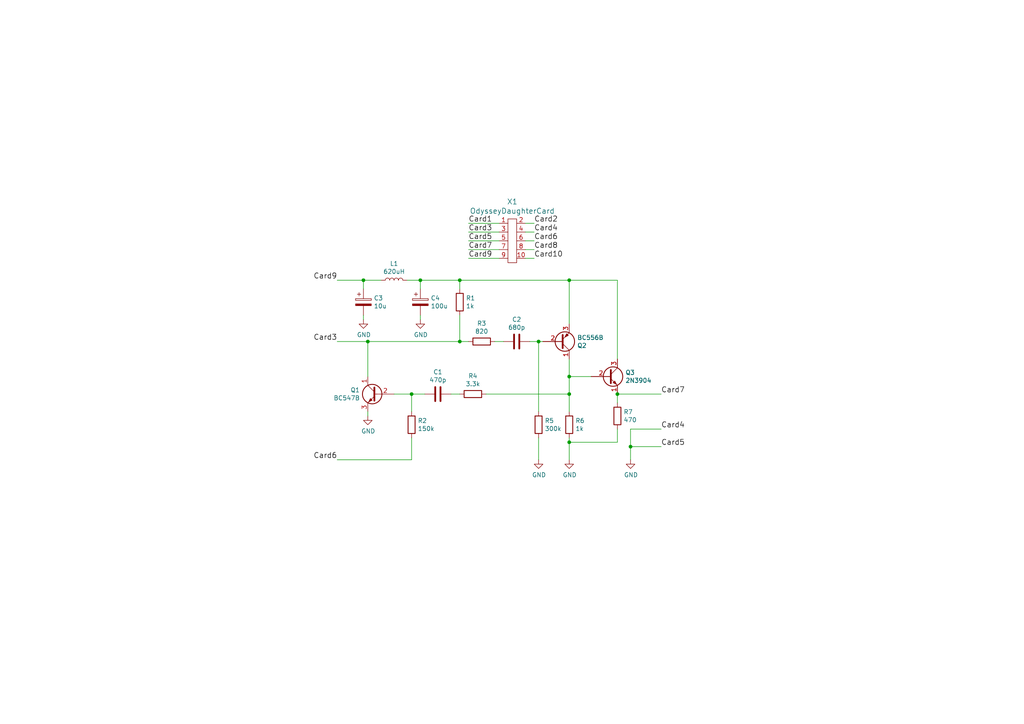
<source format=kicad_sch>
(kicad_sch (version 20211123) (generator eeschema)
  (paper "A4")
  (title_block (title "Odyssey Daughter Card Horizontal Sync Generator") (date "2018-07-16") (rev "0.1") (company "University of Pittsburgh - Odyssey Restoration Project") (comment 1 "Levi Burner"))
  (lib_symbols
    (symbol "Device:C" (pin_numbers hide) (pin_names (offset 0.254))
      (property "Reference" "C" (at 0.635 2.54 0))
      (property "Value" "C" (at 0.635 -2.54 0))
      (symbol "C_0_1"
        (polyline (pts (xy -2.032 -0.762) (xy 2.032 -0.762)) (stroke (width 0.508)))
        (polyline (pts (xy -2.032 0.762) (xy 2.032 0.762)) (stroke (width 0.508)))
      )
      (symbol "C_1_1"
        (pin passive line (at 0 3.81 270) (length 2.794) (name "~") (number "1"))
        (pin passive line (at 0 -3.81 90) (length 2.794) (name "~") (number "2"))
      )
    )
    (symbol "Device:C_Polarized" (pin_numbers hide) (pin_names (offset 0.254))
      (property "Reference" "C" (at 0.635 2.54 0))
      (property "Value" "C_Polarized" (at 0.635 -2.54 0))
      (symbol "C_Polarized_0_1"
        (rectangle (start -2.286 0.508) (end 2.286 1.016))
        (polyline (pts (xy -1.778 2.286) (xy -0.762 2.286)))
        (polyline (pts (xy -1.27 2.794) (xy -1.27 1.778)))
        (rectangle (start 2.286 -0.508) (end -2.286 -1.016) (fill (type outline)))
      )
      (symbol "C_Polarized_1_1"
        (pin passive line (at 0 3.81 270) (length 2.794) (name "~") (number "1"))
        (pin passive line (at 0 -3.81 90) (length 2.794) (name "~") (number "2"))
      )
    )
    (symbol "Device:L" (pin_numbers hide) (pin_names (offset 1.016) hide)
      (property "Reference" "L" (at -1.27 0 90))
      (property "Value" "L" (at 1.905 0 90))
      (symbol "L_0_1"
        (arc (start 0 -2.54) (mid 0.635 -1.905) (end 0 -1.27))
        (arc (start 0 -1.27) (mid 0.635 -0.635) (end 0 0))
        (arc (start 0 0) (mid 0.635 0.635) (end 0 1.27))
        (arc (start 0 1.27) (mid 0.635 1.905) (end 0 2.54))
      )
      (symbol "L_1_1"
        (pin passive line (at 0 3.81 270) (length 1.27) (name "1") (number "1"))
        (pin passive line (at 0 -3.81 90) (length 1.27) (name "2") (number "2"))
      )
    )
    (symbol "Device:R" (pin_numbers hide) (pin_names (offset 0))
      (property "Reference" "R" (at 2.032 0 90))
      (property "Value" "R" (at 0 0 90))
      (symbol "R_0_1"
        (rectangle (start -1.016 -2.54) (end 1.016 2.54) (stroke (width 0.254)))
      )
      (symbol "R_1_1"
        (pin passive line (at 0 3.81 270) (length 1.27) (name "~") (number "1"))
        (pin passive line (at 0 -3.81 90) (length 1.27) (name "~") (number "2"))
      )
    )
    (symbol "Odyssey_Daughter_Card:OdysseyDaughterCard" (pin_names (offset 1.016))
      (property "Reference" "X" (at 0 -7.62 0))
      (property "Value" "OdysseyDaughterCard" (at 0 8.89 0))
      (symbol "OdysseyDaughterCard_0_1"
        (rectangle (start -1.27 6.35) (end 1.27 -6.35))
      )
      (symbol "OdysseyDaughterCard_1_1"
        (pin bidirectional line (at -3.81 5.08 0) (length 2.54) (name "~") (number "1"))
        (pin bidirectional line (at 3.81 -5.08 180) (length 2.54) (name "~") (number "10"))
        (pin bidirectional line (at 3.81 5.08 180) (length 2.54) (name "~") (number "2"))
        (pin bidirectional line (at -3.81 2.54 0) (length 2.54) (name "~") (number "3"))
        (pin bidirectional line (at 3.81 2.54 180) (length 2.54) (name "~") (number "4"))
        (pin bidirectional line (at -3.81 0 0) (length 2.54) (name "~") (number "5"))
        (pin bidirectional line (at 3.81 0 180) (length 2.54) (name "~") (number "6"))
        (pin bidirectional line (at -3.81 -2.54 0) (length 2.54) (name "~") (number "7"))
        (pin bidirectional line (at 3.81 -2.54 180) (length 2.54) (name "~") (number "8"))
        (pin bidirectional line (at -3.81 -5.08 0) (length 2.54) (name "~") (number "9"))
      )
    )
    (symbol "Transistor_BJT:2N3904" (pin_names (offset 0) hide)
      (property "Reference" "Q" (at 5.08 1.905 0))
      (property "Value" "2N3904" (at 5.08 0 0))
      (symbol "2N3904_0_1"
        (polyline (pts (xy 0.635 0.635) (xy 2.54 2.54)))
        (polyline (pts (xy 0.635 -0.635) (xy 2.54 -2.54) (xy 2.54 -2.54)))
        (polyline (pts (xy 0.635 1.905) (xy 0.635 -1.905) (xy 0.635 -1.905)) (stroke (width 0.508)))
        (polyline (pts (xy 1.27 -1.778) (xy 1.778 -1.27) (xy 2.286 -2.286) (xy 1.27 -1.778) (xy 1.27 -1.778)) (fill (type outline)))
        (circle (center 1.27 0) (radius 2.8194) (stroke (width 0.254)))
      )
      (symbol "2N3904_1_1"
        (pin passive line (at 2.54 -5.08 90) (length 2.54) (name "E") (number "1"))
        (pin passive line (at -5.08 0 0) (length 5.715) (name "B") (number "2"))
        (pin passive line (at 2.54 5.08 270) (length 2.54) (name "C") (number "3"))
      )
    )
    (symbol "Transistor_BJT:BC547" (pin_names (offset 0) hide)
      (property "Reference" "Q" (at 5.08 1.905 0))
      (property "Value" "BC547" (at 5.08 0 0))
      (symbol "BC547_0_1"
        (polyline (pts (xy 0 0) (xy 0.635 0)))
        (polyline (pts (xy 0.635 0.635) (xy 2.54 2.54)))
        (polyline (pts (xy 0.635 -0.635) (xy 2.54 -2.54) (xy 2.54 -2.54)))
        (polyline (pts (xy 0.635 1.905) (xy 0.635 -1.905) (xy 0.635 -1.905)) (stroke (width 0.508)))
        (polyline (pts (xy 1.27 -1.778) (xy 1.778 -1.27) (xy 2.286 -2.286) (xy 1.27 -1.778) (xy 1.27 -1.778)) (fill (type outline)))
        (circle (center 1.27 0) (radius 2.8194) (stroke (width 0.254)))
      )
      (symbol "BC547_1_1"
        (pin passive line (at 2.54 5.08 270) (length 2.54) (name "C") (number "1"))
        (pin input line (at -5.08 0 0) (length 5.08) (name "B") (number "2"))
        (pin passive line (at 2.54 -5.08 90) (length 2.54) (name "E") (number "3"))
      )
    )
    (symbol "Transistor_BJT:BC557" (pin_names (offset 0) hide)
      (property "Reference" "Q" (at 5.08 1.905 0))
      (property "Value" "BC557" (at 5.08 0 0))
      (symbol "BC557_0_1"
        (polyline (pts (xy 0.635 0.635) (xy 2.54 2.54)))
        (polyline (pts (xy 0.635 -0.635) (xy 2.54 -2.54) (xy 2.54 -2.54)))
        (polyline (pts (xy 0.635 1.905) (xy 0.635 -1.905) (xy 0.635 -1.905)) (stroke (width 0.508)))
        (polyline (pts (xy 2.286 -1.778) (xy 1.778 -2.286) (xy 1.27 -1.27) (xy 2.286 -1.778) (xy 2.286 -1.778)) (fill (type outline)))
        (circle (center 1.27 0) (radius 2.8194) (stroke (width 0.254)))
      )
      (symbol "BC557_1_1"
        (pin passive line (at 2.54 5.08 270) (length 2.54) (name "C") (number "1"))
        (pin input line (at -5.08 0 0) (length 5.715) (name "B") (number "2"))
        (pin passive line (at 2.54 -5.08 90) (length 2.54) (name "E") (number "3"))
      )
    )
    (symbol "power:GND" (power) (pin_names (offset 0))
      (property "Value" "GND" (at 0 -3.81 0))
      (symbol "GND_0_1"
        (polyline (pts (xy 0 0) (xy 0 -1.27) (xy 1.27 -1.27) (xy 0 -2.54) (xy -1.27 -1.27) (xy 0 -1.27)))
      )
      (symbol "GND_1_1"
        (pin power_in line (at 0 0 270) (length 0) hide (name "GND") (number "1"))
      )
    )
  )
  (junction (at 106.68 99.06))
  (junction (at 165.1 109.22))
  (junction (at 179.07 114.3))
  (junction (at 119.38 114.3))
  (junction (at 105.41 81.28))
  (junction (at 133.35 81.28))
  (junction (at 165.1 128.27))
  (junction (at 156.21 99.06))
  (junction (at 165.1 81.28))
  (junction (at 165.1 114.3))
  (junction (at 133.35 99.06))
  (junction (at 121.92 81.28))
  (junction (at 182.88 129.54))
  (wire (pts (xy 182.88 129.54) (xy 182.88 124.46)))
  (wire (pts (xy 121.92 81.28) (xy 121.92 83.82)))
  (wire (pts (xy 152.4 69.85) (xy 154.94 69.85)))
  (wire (pts (xy 152.4 74.93) (xy 154.94 74.93)))
  (wire (pts (xy 153.67 99.06) (xy 156.21 99.06)))
  (wire (pts (xy 165.1 133.35) (xy 165.1 128.27)))
  (wire (pts (xy 157.48 99.06) (xy 156.21 99.06)))
  (wire (pts (xy 133.35 81.28) (xy 133.35 83.82)))
  (wire (pts (xy 179.07 104.14) (xy 179.07 81.28)))
  (wire (pts (xy 121.92 81.28) (xy 133.35 81.28)))
  (wire (pts (xy 165.1 81.28) (xy 165.1 93.98)))
  (wire (pts (xy 119.38 127) (xy 119.38 133.35)))
  (wire (pts (xy 165.1 128.27) (xy 179.07 128.27)))
  (wire (pts (xy 143.51 99.06) (xy 146.05 99.06)))
  (wire (pts (xy 121.92 91.44) (xy 121.92 92.71)))
  (wire (pts (xy 179.07 114.3) (xy 191.77 114.3)))
  (wire (pts (xy 165.1 104.14) (xy 165.1 109.22)))
  (wire (pts (xy 165.1 114.3) (xy 140.97 114.3)))
  (wire (pts (xy 182.88 133.35) (xy 182.88 129.54)))
  (wire (pts (xy 165.1 109.22) (xy 165.1 114.3)))
  (wire (pts (xy 156.21 127) (xy 156.21 133.35)))
  (wire (pts (xy 106.68 119.38) (xy 106.68 120.65)))
  (wire (pts (xy 106.68 99.06) (xy 97.79 99.06)))
  (wire (pts (xy 106.68 109.22) (xy 106.68 99.06)))
  (wire (pts (xy 97.79 81.28) (xy 105.41 81.28)))
  (wire (pts (xy 114.3 114.3) (xy 119.38 114.3)))
  (wire (pts (xy 133.35 81.28) (xy 165.1 81.28)))
  (wire (pts (xy 135.89 64.77) (xy 144.78 64.77)))
  (wire (pts (xy 152.4 64.77) (xy 154.94 64.77)))
  (wire (pts (xy 182.88 124.46) (xy 191.77 124.46)))
  (wire (pts (xy 119.38 133.35) (xy 97.79 133.35)))
  (wire (pts (xy 152.4 72.39) (xy 154.94 72.39)))
  (wire (pts (xy 182.88 129.54) (xy 191.77 129.54)))
  (wire (pts (xy 144.78 74.93) (xy 135.89 74.93)))
  (wire (pts (xy 105.41 81.28) (xy 105.41 83.82)))
  (wire (pts (xy 118.11 81.28) (xy 121.92 81.28)))
  (wire (pts (xy 152.4 67.31) (xy 154.94 67.31)))
  (wire (pts (xy 165.1 128.27) (xy 165.1 127)))
  (wire (pts (xy 179.07 114.3) (xy 179.07 116.84)))
  (wire (pts (xy 133.35 99.06) (xy 135.89 99.06)))
  (wire (pts (xy 133.35 91.44) (xy 133.35 99.06)))
  (wire (pts (xy 156.21 99.06) (xy 156.21 119.38)))
  (wire (pts (xy 144.78 69.85) (xy 135.89 69.85)))
  (wire (pts (xy 165.1 109.22) (xy 171.45 109.22)))
  (wire (pts (xy 123.19 114.3) (xy 119.38 114.3)))
  (wire (pts (xy 105.41 91.44) (xy 105.41 92.71)))
  (wire (pts (xy 179.07 124.46) (xy 179.07 128.27)))
  (wire (pts (xy 106.68 99.06) (xy 133.35 99.06)))
  (wire (pts (xy 144.78 72.39) (xy 135.89 72.39)))
  (wire (pts (xy 119.38 114.3) (xy 119.38 119.38)))
  (wire (pts (xy 179.07 81.28) (xy 165.1 81.28)))
  (wire (pts (xy 110.49 81.28) (xy 105.41 81.28)))
  (wire (pts (xy 130.81 114.3) (xy 133.35 114.3)))
  (wire (pts (xy 144.78 67.31) (xy 135.89 67.31)))
  (wire (pts (xy 165.1 114.3) (xy 165.1 119.38)))
  (label "Card10" (at 154.94 74.93 0) (effects (font (size 1.524 1.524))))
  (label "Card6" (at 154.94 69.85 0) (effects (font (size 1.524 1.524))))
  (label "Card9" (at 97.79 81.28 180) (effects (font (size 1.524 1.524))))
  (label "Card3" (at 97.79 99.06 180) (effects (font (size 1.524 1.524))))
  (label "Card5" (at 191.77 129.54 0) (effects (font (size 1.524 1.524))))
  (label "Card8" (at 154.94 72.39 0) (effects (font (size 1.524 1.524))))
  (label "Card7" (at 191.77 114.3 0) (effects (font (size 1.524 1.524))))
  (label "Card6" (at 97.79 133.35 180) (effects (font (size 1.524 1.524))))
  (label "Card2" (at 154.94 64.77 0) (effects (font (size 1.524 1.524))))
  (label "Card3" (at 135.89 67.31 0) (effects (font (size 1.524 1.524))))
  (label "Card7" (at 135.89 72.39 0) (effects (font (size 1.524 1.524))))
  (label "Card9" (at 135.89 74.93 0) (effects (font (size 1.524 1.524))))
  (label "Card5" (at 135.89 69.85 0) (effects (font (size 1.524 1.524))))
  (label "Card4" (at 154.94 67.31 0) (effects (font (size 1.524 1.524))))
  (label "Card1" (at 135.89 64.77 0) (effects (font (size 1.524 1.524))))
  (label "Card4" (at 191.77 124.46 0) (effects (font (size 1.524 1.524))))
  (symbol (lib_id "Odyssey_Daughter_Card:OdysseyDaughterCard") (at 148.59 69.85 0) (unit 1)
    (property "Reference" "X1" (at 148.59 58.4962 0) (effects (font (size 1.524 1.524))))
    (property "Value" "OdysseyDaughterCard" (at 148.59 61.1886 0) (effects (font (size 1.524 1.524))))
    (property "Footprint" "Odyssey_Daughter_Card:Odyssey_Daughter_Card" (effects hide))
  )
  (symbol (lib_id "Transistor_BJT:2N3904") (at 176.53 109.22 0) (unit 1)
    (property "Reference" "Q3" (at 181.3814 108.0516 0) (effects (justify left)))
    (property "Value" "2N3904" (at 181.3814 110.363 0) (effects (justify left)))
    (property "Footprint" "Package_TO_SOT_THT:TO-92_Inline" (effects hide))
    (property "Datasheet" "https://www.fairchildsemi.com/datasheets/2N/2N3904.pdf" (effects hide))
  )
  (symbol (lib_id "Transistor_BJT:BC557") (at 162.56 99.06 0) (mirror x) (unit 1)
    (property "Reference" "Q2" (at 167.4114 100.2284 0) (effects (justify left)))
    (property "Value" "BC556B" (at 167.4114 97.917 0) (effects (justify left)))
    (property "Footprint" "Package_TO_SOT_THT:TO-92_Inline" (effects hide))
    (property "Datasheet" "http://www.fairchildsemi.com/ds/BC/BC557.pdf" (effects hide))
  )
  (symbol (lib_id "Transistor_BJT:BC547") (at 109.22 114.3 0) (mirror y) (unit 1)
    (property "Reference" "Q1" (at 104.394 113.1316 0) (effects (justify left)))
    (property "Value" "BC547B" (at 104.394 115.443 0) (effects (justify left)))
    (property "Footprint" "Package_TO_SOT_THT:TO-92_Inline" (effects hide))
    (property "Datasheet" "http://www.fairchildsemi.com/ds/BC/BC547.pdf" (effects hide))
  )
  (symbol (lib_id "Device:R") (at 179.07 120.65 0) (unit 1)
    (property "Reference" "R7" (at 180.848 119.4816 0) (effects (justify left)))
    (property "Value" "470" (at 180.848 121.793 0) (effects (justify left)))
    (property "Footprint" "Resistor_THT:R_Axial_DIN0207_L6.3mm_D2.5mm_P7.62mm_Horizontal" (effects hide))
  )
  (symbol (lib_id "Device:R") (at 165.1 123.19 0) (unit 1)
    (property "Reference" "R6" (at 166.878 122.0216 0) (effects (justify left)))
    (property "Value" "1k" (at 166.878 124.333 0) (effects (justify left)))
    (property "Footprint" "Resistor_THT:R_Axial_DIN0207_L6.3mm_D2.5mm_P7.62mm_Horizontal" (effects hide))
  )
  (symbol (lib_id "Device:R") (at 156.21 123.19 0) (unit 1)
    (property "Reference" "R5" (at 157.988 122.0216 0) (effects (justify left)))
    (property "Value" "300k" (at 157.988 124.333 0) (effects (justify left)))
    (property "Footprint" "Resistor_THT:R_Axial_DIN0207_L6.3mm_D2.5mm_P7.62mm_Horizontal" (effects hide))
  )
  (symbol (lib_id "Device:R") (at 137.16 114.3 270) (unit 1)
    (property "Reference" "R4" (at 137.16 109.0422 90))
    (property "Value" "3.3k" (at 137.16 111.3536 90))
    (property "Footprint" "Resistor_THT:R_Axial_DIN0207_L6.3mm_D2.5mm_P7.62mm_Horizontal" (effects hide))
  )
  (symbol (lib_id "Device:R") (at 119.38 123.19 180) (unit 1)
    (property "Reference" "R2" (at 121.158 122.0216 0) (effects (justify right)))
    (property "Value" "150k" (at 121.158 124.333 0) (effects (justify right)))
    (property "Footprint" "Resistor_THT:R_Axial_DIN0207_L6.3mm_D2.5mm_P7.62mm_Horizontal" (effects hide))
  )
  (symbol (lib_id "Device:C") (at 127 114.3 270) (unit 1)
    (property "Reference" "C1" (at 127 107.8992 90))
    (property "Value" "470p" (at 127 110.2106 90))
    (property "Footprint" "Capacitor_THT:C_Disc_D5.1mm_W3.2mm_P5.00mm" (effects hide))
  )
  (symbol (lib_id "Device:C_Polarized") (at 105.41 87.63 0) (unit 1)
    (property "Reference" "C3" (at 108.4072 86.4616 0) (effects (justify left)))
    (property "Value" "10u" (at 108.4072 88.773 0) (effects (justify left)))
    (property "Footprint" "Capacitor_THT:CP_Radial_D5.0mm_P2.00mm" (effects hide))
  )
  (symbol (lib_id "Device:C_Polarized") (at 121.92 87.63 0) (unit 1)
    (property "Reference" "C4" (at 124.9172 86.4616 0) (effects (justify left)))
    (property "Value" "100u" (at 124.9172 88.773 0) (effects (justify left)))
    (property "Footprint" "Capacitor_THT:CP_Radial_D5.0mm_P2.00mm" (effects hide))
  )
  (symbol (lib_id "Device:L") (at 114.3 81.28 90) (unit 1)
    (property "Reference" "L1" (at 114.3 76.454 90))
    (property "Value" "620uH" (at 114.3 78.7654 90))
    (property "Footprint" "Inductor_THT:L_Radial_D7.0mm_P3.00mm" (effects hide))
  )
  (symbol (lib_id "Device:R") (at 133.35 87.63 180) (unit 1)
    (property "Reference" "R1" (at 135.128 86.4616 0) (effects (justify right)))
    (property "Value" "1k" (at 135.128 88.773 0) (effects (justify right)))
    (property "Footprint" "Resistor_THT:R_Axial_DIN0207_L6.3mm_D2.5mm_P7.62mm_Horizontal" (effects hide))
  )
  (symbol (lib_id "Device:R") (at 139.7 99.06 90) (unit 1)
    (property "Reference" "R3" (at 139.7 93.8022 90))
    (property "Value" "820" (at 139.7 96.1136 90))
    (property "Footprint" "Resistor_THT:R_Axial_DIN0207_L6.3mm_D2.5mm_P7.62mm_Horizontal" (effects hide))
  )
  (symbol (lib_id "Device:C") (at 149.86 99.06 270) (unit 1)
    (property "Reference" "C2" (at 149.86 92.6592 90))
    (property "Value" "680p" (at 149.86 94.9706 90))
    (property "Footprint" "Capacitor_THT:C_Disc_D5.1mm_W3.2mm_P5.00mm" (effects hide))
  )
  (symbol (lib_id "power:GND") (at 165.1 133.35 0) (unit 1)
    (property "Reference" "#PWR01" (effects hide))
    (property "Value" "GND" (at 165.227 137.7442 0))
  )
  (symbol (lib_id "power:GND") (at 156.21 133.35 0) (unit 1)
    (property "Reference" "#PWR02" (effects hide))
    (property "Value" "GND" (at 156.337 137.7442 0))
  )
  (symbol (lib_id "power:GND") (at 106.68 120.65 0) (unit 1)
    (property "Reference" "#PWR03" (effects hide))
    (property "Value" "GND" (at 106.807 125.0442 0))
  )
  (symbol (lib_id "power:GND") (at 121.92 92.71 0) (unit 1)
    (property "Reference" "#PWR04" (effects hide))
    (property "Value" "GND" (at 122.047 97.1042 0))
  )
  (symbol (lib_id "power:GND") (at 105.41 92.71 0) (unit 1)
    (property "Reference" "#PWR05" (effects hide))
    (property "Value" "GND" (at 105.537 97.1042 0))
  )
  (symbol (lib_id "power:GND") (at 182.88 133.35 0) (unit 1)
    (property "Reference" "#PWR06" (effects hide))
    (property "Value" "GND" (at 183.007 137.7442 0))
  )
)
</source>
